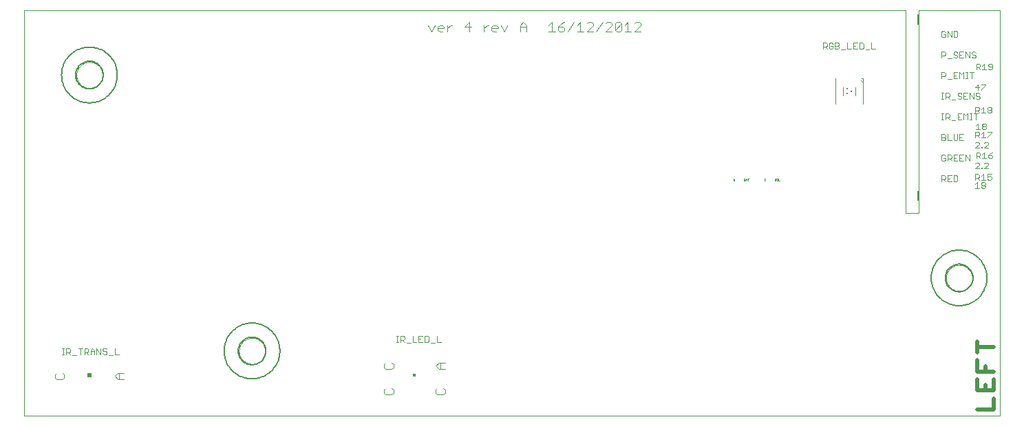
<source format=gto>
G75*
G70*
%OFA0B0*%
%FSLAX24Y24*%
%IPPOS*%
%LPD*%
%AMOC8*
5,1,8,0,0,1.08239X$1,22.5*
%
%ADD10C,0.0000*%
%ADD11C,0.0040*%
%ADD12C,0.0080*%
%ADD13C,0.0030*%
%ADD14C,0.0200*%
%ADD15R,0.0157X0.0157*%
%ADD16R,0.0098X0.0098*%
%ADD17C,0.0010*%
%ADD18C,0.0060*%
%ADD19R,0.0197X0.0197*%
D10*
X000180Y000218D02*
X000180Y019903D01*
X042857Y019903D01*
X042857Y010060D01*
X043487Y010060D01*
X043487Y019903D01*
X047424Y019903D01*
X047424Y000218D01*
X000180Y000218D01*
X010574Y003367D02*
X010576Y003417D01*
X010582Y003467D01*
X010592Y003516D01*
X010606Y003564D01*
X010623Y003611D01*
X010644Y003656D01*
X010669Y003700D01*
X010697Y003741D01*
X010729Y003780D01*
X010763Y003817D01*
X010800Y003851D01*
X010840Y003881D01*
X010882Y003908D01*
X010926Y003932D01*
X010972Y003953D01*
X011019Y003969D01*
X011067Y003982D01*
X011117Y003991D01*
X011166Y003996D01*
X011217Y003997D01*
X011267Y003994D01*
X011316Y003987D01*
X011365Y003976D01*
X011413Y003961D01*
X011459Y003943D01*
X011504Y003921D01*
X011547Y003895D01*
X011588Y003866D01*
X011627Y003834D01*
X011663Y003799D01*
X011695Y003761D01*
X011725Y003721D01*
X011752Y003678D01*
X011775Y003634D01*
X011794Y003588D01*
X011810Y003540D01*
X011822Y003491D01*
X011830Y003442D01*
X011834Y003392D01*
X011834Y003342D01*
X011830Y003292D01*
X011822Y003243D01*
X011810Y003194D01*
X011794Y003146D01*
X011775Y003100D01*
X011752Y003056D01*
X011725Y003013D01*
X011695Y002973D01*
X011663Y002935D01*
X011627Y002900D01*
X011588Y002868D01*
X011547Y002839D01*
X011504Y002813D01*
X011459Y002791D01*
X011413Y002773D01*
X011365Y002758D01*
X011316Y002747D01*
X011267Y002740D01*
X011217Y002737D01*
X011166Y002738D01*
X011117Y002743D01*
X011067Y002752D01*
X011019Y002765D01*
X010972Y002781D01*
X010926Y002802D01*
X010882Y002826D01*
X010840Y002853D01*
X010800Y002883D01*
X010763Y002917D01*
X010729Y002954D01*
X010697Y002993D01*
X010669Y003034D01*
X010644Y003078D01*
X010623Y003123D01*
X010606Y003170D01*
X010592Y003218D01*
X010582Y003267D01*
X010576Y003317D01*
X010574Y003367D01*
X002700Y016753D02*
X002702Y016803D01*
X002708Y016853D01*
X002718Y016902D01*
X002732Y016950D01*
X002749Y016997D01*
X002770Y017042D01*
X002795Y017086D01*
X002823Y017127D01*
X002855Y017166D01*
X002889Y017203D01*
X002926Y017237D01*
X002966Y017267D01*
X003008Y017294D01*
X003052Y017318D01*
X003098Y017339D01*
X003145Y017355D01*
X003193Y017368D01*
X003243Y017377D01*
X003292Y017382D01*
X003343Y017383D01*
X003393Y017380D01*
X003442Y017373D01*
X003491Y017362D01*
X003539Y017347D01*
X003585Y017329D01*
X003630Y017307D01*
X003673Y017281D01*
X003714Y017252D01*
X003753Y017220D01*
X003789Y017185D01*
X003821Y017147D01*
X003851Y017107D01*
X003878Y017064D01*
X003901Y017020D01*
X003920Y016974D01*
X003936Y016926D01*
X003948Y016877D01*
X003956Y016828D01*
X003960Y016778D01*
X003960Y016728D01*
X003956Y016678D01*
X003948Y016629D01*
X003936Y016580D01*
X003920Y016532D01*
X003901Y016486D01*
X003878Y016442D01*
X003851Y016399D01*
X003821Y016359D01*
X003789Y016321D01*
X003753Y016286D01*
X003714Y016254D01*
X003673Y016225D01*
X003630Y016199D01*
X003585Y016177D01*
X003539Y016159D01*
X003491Y016144D01*
X003442Y016133D01*
X003393Y016126D01*
X003343Y016123D01*
X003292Y016124D01*
X003243Y016129D01*
X003193Y016138D01*
X003145Y016151D01*
X003098Y016167D01*
X003052Y016188D01*
X003008Y016212D01*
X002966Y016239D01*
X002926Y016269D01*
X002889Y016303D01*
X002855Y016340D01*
X002823Y016379D01*
X002795Y016420D01*
X002770Y016464D01*
X002749Y016509D01*
X002732Y016556D01*
X002718Y016604D01*
X002708Y016653D01*
X002702Y016703D01*
X002700Y016753D01*
X044826Y006910D02*
X044828Y006960D01*
X044834Y007010D01*
X044844Y007059D01*
X044858Y007107D01*
X044875Y007154D01*
X044896Y007199D01*
X044921Y007243D01*
X044949Y007284D01*
X044981Y007323D01*
X045015Y007360D01*
X045052Y007394D01*
X045092Y007424D01*
X045134Y007451D01*
X045178Y007475D01*
X045224Y007496D01*
X045271Y007512D01*
X045319Y007525D01*
X045369Y007534D01*
X045418Y007539D01*
X045469Y007540D01*
X045519Y007537D01*
X045568Y007530D01*
X045617Y007519D01*
X045665Y007504D01*
X045711Y007486D01*
X045756Y007464D01*
X045799Y007438D01*
X045840Y007409D01*
X045879Y007377D01*
X045915Y007342D01*
X045947Y007304D01*
X045977Y007264D01*
X046004Y007221D01*
X046027Y007177D01*
X046046Y007131D01*
X046062Y007083D01*
X046074Y007034D01*
X046082Y006985D01*
X046086Y006935D01*
X046086Y006885D01*
X046082Y006835D01*
X046074Y006786D01*
X046062Y006737D01*
X046046Y006689D01*
X046027Y006643D01*
X046004Y006599D01*
X045977Y006556D01*
X045947Y006516D01*
X045915Y006478D01*
X045879Y006443D01*
X045840Y006411D01*
X045799Y006382D01*
X045756Y006356D01*
X045711Y006334D01*
X045665Y006316D01*
X045617Y006301D01*
X045568Y006290D01*
X045519Y006283D01*
X045469Y006280D01*
X045418Y006281D01*
X045369Y006286D01*
X045319Y006295D01*
X045271Y006308D01*
X045224Y006324D01*
X045178Y006345D01*
X045134Y006369D01*
X045092Y006396D01*
X045052Y006426D01*
X045015Y006460D01*
X044981Y006497D01*
X044949Y006536D01*
X044921Y006577D01*
X044896Y006621D01*
X044875Y006666D01*
X044858Y006713D01*
X044844Y006761D01*
X044834Y006810D01*
X044828Y006860D01*
X044826Y006910D01*
D11*
X040810Y015355D02*
X040810Y016399D01*
X040711Y016497D01*
X040721Y016576D02*
X040810Y016576D01*
X040810Y016399D01*
X040446Y016172D02*
X040446Y015759D01*
X039836Y015759D02*
X039836Y016172D01*
X039471Y016576D02*
X039471Y015355D01*
X030027Y018859D02*
X029720Y018859D01*
X030027Y019166D01*
X030027Y019243D01*
X029950Y019319D01*
X029796Y019319D01*
X029720Y019243D01*
X029413Y019319D02*
X029413Y018859D01*
X029566Y018859D02*
X029259Y018859D01*
X029106Y018936D02*
X029029Y018859D01*
X028876Y018859D01*
X028799Y018936D01*
X029106Y019243D01*
X029106Y018936D01*
X029259Y019166D02*
X029413Y019319D01*
X029106Y019243D02*
X029029Y019319D01*
X028876Y019319D01*
X028799Y019243D01*
X028799Y018936D01*
X028645Y018859D02*
X028339Y018859D01*
X028645Y019166D01*
X028645Y019243D01*
X028569Y019319D01*
X028415Y019319D01*
X028339Y019243D01*
X028185Y019319D02*
X027878Y018859D01*
X027725Y018859D02*
X027418Y018859D01*
X027725Y019166D01*
X027725Y019243D01*
X027648Y019319D01*
X027495Y019319D01*
X027418Y019243D01*
X027111Y019319D02*
X027111Y018859D01*
X027264Y018859D02*
X026957Y018859D01*
X026497Y018859D02*
X026804Y019319D01*
X026957Y019166D02*
X027111Y019319D01*
X026344Y019319D02*
X026190Y019243D01*
X026037Y019089D01*
X026267Y019089D01*
X026344Y019012D01*
X026344Y018936D01*
X026267Y018859D01*
X026113Y018859D01*
X026037Y018936D01*
X026037Y019089D01*
X025730Y019319D02*
X025730Y018859D01*
X025883Y018859D02*
X025576Y018859D01*
X025576Y019166D02*
X025730Y019319D01*
X024502Y019166D02*
X024502Y018859D01*
X024195Y018859D02*
X024195Y019166D01*
X024348Y019319D01*
X024502Y019166D01*
X024502Y019089D02*
X024195Y019089D01*
X023581Y019166D02*
X023428Y018859D01*
X023274Y019166D01*
X023121Y019089D02*
X023121Y019012D01*
X022814Y019012D01*
X022814Y018936D02*
X022814Y019089D01*
X022891Y019166D01*
X023044Y019166D01*
X023121Y019089D01*
X022891Y018859D02*
X022814Y018936D01*
X022891Y018859D02*
X023044Y018859D01*
X022584Y019166D02*
X022430Y019012D01*
X022430Y018859D02*
X022430Y019166D01*
X022584Y019166D02*
X022660Y019166D01*
X021816Y019089D02*
X021509Y019089D01*
X021740Y019319D01*
X021740Y018859D01*
X020896Y019166D02*
X020819Y019166D01*
X020665Y019012D01*
X020665Y018859D02*
X020665Y019166D01*
X020512Y019089D02*
X020512Y019012D01*
X020205Y019012D01*
X020205Y018936D02*
X020205Y019089D01*
X020282Y019166D01*
X020435Y019166D01*
X020512Y019089D01*
X020282Y018859D02*
X020205Y018936D01*
X020282Y018859D02*
X020435Y018859D01*
X020051Y019166D02*
X019898Y018859D01*
X019745Y019166D01*
X020251Y002803D02*
X020558Y002803D01*
X020327Y002803D02*
X020327Y002496D01*
X020251Y002496D02*
X020097Y002649D01*
X020251Y002803D01*
X020251Y002496D02*
X020558Y002496D01*
X020481Y001553D02*
X020558Y001476D01*
X020558Y001322D01*
X020481Y001246D01*
X020174Y001246D01*
X020097Y001322D01*
X020097Y001476D01*
X020174Y001553D01*
X018058Y001476D02*
X018058Y001322D01*
X017981Y001246D01*
X017674Y001246D01*
X017597Y001322D01*
X017597Y001476D01*
X017674Y001553D01*
X017981Y001553D02*
X018058Y001476D01*
X017981Y002496D02*
X018058Y002572D01*
X018058Y002726D01*
X017981Y002803D01*
X017674Y002803D02*
X017597Y002726D01*
X017597Y002572D01*
X017674Y002496D01*
X017981Y002496D01*
X005010Y002303D02*
X004703Y002303D01*
X004549Y002149D01*
X004703Y001996D01*
X005010Y001996D01*
X004779Y001996D02*
X004779Y002303D01*
X002110Y002226D02*
X002110Y002072D01*
X002033Y001996D01*
X001726Y001996D01*
X001649Y002072D01*
X001649Y002226D01*
X001726Y002303D01*
X002033Y002303D02*
X002110Y002226D01*
D12*
X010535Y003367D02*
X010537Y003418D01*
X010543Y003469D01*
X010553Y003519D01*
X010566Y003569D01*
X010584Y003617D01*
X010604Y003664D01*
X010629Y003709D01*
X010657Y003752D01*
X010688Y003793D01*
X010722Y003831D01*
X010759Y003866D01*
X010798Y003899D01*
X010840Y003929D01*
X010884Y003955D01*
X010930Y003977D01*
X010978Y003997D01*
X011027Y004012D01*
X011077Y004024D01*
X011127Y004032D01*
X011178Y004036D01*
X011230Y004036D01*
X011281Y004032D01*
X011331Y004024D01*
X011381Y004012D01*
X011430Y003997D01*
X011478Y003977D01*
X011524Y003955D01*
X011568Y003929D01*
X011610Y003899D01*
X011649Y003866D01*
X011686Y003831D01*
X011720Y003793D01*
X011751Y003752D01*
X011779Y003709D01*
X011804Y003664D01*
X011824Y003617D01*
X011842Y003569D01*
X011855Y003519D01*
X011865Y003469D01*
X011871Y003418D01*
X011873Y003367D01*
X011871Y003316D01*
X011865Y003265D01*
X011855Y003215D01*
X011842Y003165D01*
X011824Y003117D01*
X011804Y003070D01*
X011779Y003025D01*
X011751Y002982D01*
X011720Y002941D01*
X011686Y002903D01*
X011649Y002868D01*
X011610Y002835D01*
X011568Y002805D01*
X011524Y002779D01*
X011478Y002757D01*
X011430Y002737D01*
X011381Y002722D01*
X011331Y002710D01*
X011281Y002702D01*
X011230Y002698D01*
X011178Y002698D01*
X011127Y002702D01*
X011077Y002710D01*
X011027Y002722D01*
X010978Y002737D01*
X010930Y002757D01*
X010884Y002779D01*
X010840Y002805D01*
X010798Y002835D01*
X010759Y002868D01*
X010722Y002903D01*
X010688Y002941D01*
X010657Y002982D01*
X010629Y003025D01*
X010604Y003070D01*
X010584Y003117D01*
X010566Y003165D01*
X010553Y003215D01*
X010543Y003265D01*
X010537Y003316D01*
X010535Y003367D01*
X002661Y016753D02*
X002663Y016804D01*
X002669Y016855D01*
X002679Y016905D01*
X002692Y016955D01*
X002710Y017003D01*
X002730Y017050D01*
X002755Y017095D01*
X002783Y017138D01*
X002814Y017179D01*
X002848Y017217D01*
X002885Y017252D01*
X002924Y017285D01*
X002966Y017315D01*
X003010Y017341D01*
X003056Y017363D01*
X003104Y017383D01*
X003153Y017398D01*
X003203Y017410D01*
X003253Y017418D01*
X003304Y017422D01*
X003356Y017422D01*
X003407Y017418D01*
X003457Y017410D01*
X003507Y017398D01*
X003556Y017383D01*
X003604Y017363D01*
X003650Y017341D01*
X003694Y017315D01*
X003736Y017285D01*
X003775Y017252D01*
X003812Y017217D01*
X003846Y017179D01*
X003877Y017138D01*
X003905Y017095D01*
X003930Y017050D01*
X003950Y017003D01*
X003968Y016955D01*
X003981Y016905D01*
X003991Y016855D01*
X003997Y016804D01*
X003999Y016753D01*
X003997Y016702D01*
X003991Y016651D01*
X003981Y016601D01*
X003968Y016551D01*
X003950Y016503D01*
X003930Y016456D01*
X003905Y016411D01*
X003877Y016368D01*
X003846Y016327D01*
X003812Y016289D01*
X003775Y016254D01*
X003736Y016221D01*
X003694Y016191D01*
X003650Y016165D01*
X003604Y016143D01*
X003556Y016123D01*
X003507Y016108D01*
X003457Y016096D01*
X003407Y016088D01*
X003356Y016084D01*
X003304Y016084D01*
X003253Y016088D01*
X003203Y016096D01*
X003153Y016108D01*
X003104Y016123D01*
X003056Y016143D01*
X003010Y016165D01*
X002966Y016191D01*
X002924Y016221D01*
X002885Y016254D01*
X002848Y016289D01*
X002814Y016327D01*
X002783Y016368D01*
X002755Y016411D01*
X002730Y016456D01*
X002710Y016503D01*
X002692Y016551D01*
X002679Y016601D01*
X002669Y016651D01*
X002663Y016702D01*
X002661Y016753D01*
X043481Y019218D02*
X043481Y019678D01*
X043481Y011138D02*
X043481Y010678D01*
X044787Y006910D02*
X044789Y006961D01*
X044795Y007012D01*
X044805Y007062D01*
X044818Y007112D01*
X044836Y007160D01*
X044856Y007207D01*
X044881Y007252D01*
X044909Y007295D01*
X044940Y007336D01*
X044974Y007374D01*
X045011Y007409D01*
X045050Y007442D01*
X045092Y007472D01*
X045136Y007498D01*
X045182Y007520D01*
X045230Y007540D01*
X045279Y007555D01*
X045329Y007567D01*
X045379Y007575D01*
X045430Y007579D01*
X045482Y007579D01*
X045533Y007575D01*
X045583Y007567D01*
X045633Y007555D01*
X045682Y007540D01*
X045730Y007520D01*
X045776Y007498D01*
X045820Y007472D01*
X045862Y007442D01*
X045901Y007409D01*
X045938Y007374D01*
X045972Y007336D01*
X046003Y007295D01*
X046031Y007252D01*
X046056Y007207D01*
X046076Y007160D01*
X046094Y007112D01*
X046107Y007062D01*
X046117Y007012D01*
X046123Y006961D01*
X046125Y006910D01*
X046123Y006859D01*
X046117Y006808D01*
X046107Y006758D01*
X046094Y006708D01*
X046076Y006660D01*
X046056Y006613D01*
X046031Y006568D01*
X046003Y006525D01*
X045972Y006484D01*
X045938Y006446D01*
X045901Y006411D01*
X045862Y006378D01*
X045820Y006348D01*
X045776Y006322D01*
X045730Y006300D01*
X045682Y006280D01*
X045633Y006265D01*
X045583Y006253D01*
X045533Y006245D01*
X045482Y006241D01*
X045430Y006241D01*
X045379Y006245D01*
X045329Y006253D01*
X045279Y006265D01*
X045230Y006280D01*
X045182Y006300D01*
X045136Y006322D01*
X045092Y006348D01*
X045050Y006378D01*
X045011Y006411D01*
X044974Y006446D01*
X044940Y006484D01*
X044909Y006525D01*
X044881Y006568D01*
X044856Y006613D01*
X044836Y006660D01*
X044818Y006708D01*
X044805Y006758D01*
X044795Y006808D01*
X044789Y006859D01*
X044787Y006910D01*
D13*
X046230Y011263D02*
X046423Y011263D01*
X046326Y011263D02*
X046326Y011553D01*
X046230Y011456D01*
X046235Y011663D02*
X046235Y011953D01*
X046380Y011953D01*
X046429Y011904D01*
X046429Y011808D01*
X046380Y011759D01*
X046235Y011759D01*
X046332Y011759D02*
X046429Y011663D01*
X046530Y011663D02*
X046723Y011663D01*
X046626Y011663D02*
X046626Y011953D01*
X046530Y011856D01*
X046824Y011808D02*
X046921Y011856D01*
X046969Y011856D01*
X047018Y011808D01*
X047018Y011711D01*
X046969Y011663D01*
X046873Y011663D01*
X046824Y011711D01*
X046824Y011808D02*
X046824Y011953D01*
X047018Y011953D01*
X046868Y012213D02*
X046674Y012213D01*
X046868Y012406D01*
X046868Y012454D01*
X046819Y012503D01*
X046723Y012503D01*
X046674Y012454D01*
X046575Y012261D02*
X046575Y012213D01*
X046527Y012213D01*
X046527Y012261D01*
X046575Y012261D01*
X046426Y012213D02*
X046232Y012213D01*
X046426Y012406D01*
X046426Y012454D01*
X046378Y012503D01*
X046281Y012503D01*
X046232Y012454D01*
X046285Y012713D02*
X046285Y013003D01*
X046430Y013003D01*
X046479Y012954D01*
X046479Y012858D01*
X046430Y012809D01*
X046285Y012809D01*
X046382Y012809D02*
X046479Y012713D01*
X046580Y012713D02*
X046773Y012713D01*
X046676Y012713D02*
X046676Y013003D01*
X046580Y012906D01*
X046874Y012858D02*
X046874Y012761D01*
X046923Y012713D01*
X047019Y012713D01*
X047068Y012761D01*
X047068Y012809D01*
X047019Y012858D01*
X046874Y012858D01*
X046971Y012954D01*
X047068Y013003D01*
X046868Y013213D02*
X046674Y013213D01*
X046868Y013406D01*
X046868Y013454D01*
X046819Y013503D01*
X046723Y013503D01*
X046674Y013454D01*
X046575Y013261D02*
X046575Y013213D01*
X046527Y013213D01*
X046527Y013261D01*
X046575Y013261D01*
X046426Y013213D02*
X046232Y013213D01*
X046426Y013406D01*
X046426Y013454D01*
X046378Y013503D01*
X046281Y013503D01*
X046232Y013454D01*
X046235Y013713D02*
X046235Y014003D01*
X046380Y014003D01*
X046429Y013954D01*
X046429Y013858D01*
X046380Y013809D01*
X046235Y013809D01*
X046332Y013809D02*
X046429Y013713D01*
X046530Y013713D02*
X046723Y013713D01*
X046626Y013713D02*
X046626Y014003D01*
X046530Y013906D01*
X046473Y014113D02*
X046280Y014113D01*
X046376Y014113D02*
X046376Y014403D01*
X046280Y014306D01*
X046264Y014593D02*
X046264Y014883D01*
X046235Y014913D02*
X046235Y015203D01*
X046380Y015203D01*
X046429Y015154D01*
X046429Y015058D01*
X046380Y015009D01*
X046235Y015009D01*
X046332Y015009D02*
X046429Y014913D01*
X046361Y014883D02*
X046167Y014883D01*
X046068Y014883D02*
X045971Y014883D01*
X046019Y014883D02*
X046019Y014593D01*
X045971Y014593D02*
X046068Y014593D01*
X045870Y014593D02*
X045870Y014883D01*
X045773Y014787D01*
X045676Y014883D01*
X045676Y014593D01*
X045575Y014593D02*
X045382Y014593D01*
X045382Y014883D01*
X045575Y014883D01*
X045478Y014738D02*
X045382Y014738D01*
X045280Y014545D02*
X045087Y014545D01*
X044986Y014593D02*
X044889Y014690D01*
X044937Y014690D02*
X044792Y014690D01*
X044792Y014593D02*
X044792Y014883D01*
X044937Y014883D01*
X044986Y014835D01*
X044986Y014738D01*
X044937Y014690D01*
X044693Y014593D02*
X044596Y014593D01*
X044644Y014593D02*
X044644Y014883D01*
X044596Y014883D02*
X044693Y014883D01*
X044693Y015593D02*
X044596Y015593D01*
X044644Y015593D02*
X044644Y015883D01*
X044596Y015883D02*
X044693Y015883D01*
X044792Y015883D02*
X044937Y015883D01*
X044986Y015835D01*
X044986Y015738D01*
X044937Y015690D01*
X044792Y015690D01*
X044792Y015593D02*
X044792Y015883D01*
X044889Y015690D02*
X044986Y015593D01*
X045087Y015545D02*
X045280Y015545D01*
X045382Y015642D02*
X045430Y015593D01*
X045527Y015593D01*
X045575Y015642D01*
X045575Y015690D01*
X045527Y015738D01*
X045430Y015738D01*
X045382Y015787D01*
X045382Y015835D01*
X045430Y015883D01*
X045527Y015883D01*
X045575Y015835D01*
X045676Y015883D02*
X045676Y015593D01*
X045870Y015593D01*
X045971Y015593D02*
X045971Y015883D01*
X046164Y015593D01*
X046164Y015883D01*
X046265Y015835D02*
X046265Y015787D01*
X046314Y015738D01*
X046411Y015738D01*
X046459Y015690D01*
X046459Y015642D01*
X046411Y015593D01*
X046314Y015593D01*
X046265Y015642D01*
X046265Y015835D02*
X046314Y015883D01*
X046411Y015883D01*
X046459Y015835D01*
X046524Y016013D02*
X046524Y016061D01*
X046718Y016254D01*
X046718Y016303D01*
X046524Y016303D01*
X046375Y016303D02*
X046230Y016158D01*
X046423Y016158D01*
X046375Y016013D02*
X046375Y016303D01*
X046068Y016593D02*
X046068Y016883D01*
X046164Y016883D02*
X045971Y016883D01*
X045871Y016883D02*
X045774Y016883D01*
X045823Y016883D02*
X045823Y016593D01*
X045871Y016593D02*
X045774Y016593D01*
X045673Y016593D02*
X045673Y016883D01*
X045576Y016787D01*
X045480Y016883D01*
X045480Y016593D01*
X045379Y016593D02*
X045185Y016593D01*
X045185Y016883D01*
X045379Y016883D01*
X045282Y016738D02*
X045185Y016738D01*
X045084Y016545D02*
X044890Y016545D01*
X044741Y016690D02*
X044596Y016690D01*
X044596Y016593D02*
X044596Y016883D01*
X044741Y016883D01*
X044789Y016835D01*
X044789Y016738D01*
X044741Y016690D01*
X044890Y017545D02*
X045084Y017545D01*
X045185Y017642D02*
X045233Y017593D01*
X045330Y017593D01*
X045379Y017642D01*
X045379Y017690D01*
X045330Y017738D01*
X045233Y017738D01*
X045185Y017787D01*
X045185Y017835D01*
X045233Y017883D01*
X045330Y017883D01*
X045379Y017835D01*
X045480Y017883D02*
X045480Y017593D01*
X045673Y017593D01*
X045774Y017593D02*
X045774Y017883D01*
X045968Y017593D01*
X045968Y017883D01*
X046069Y017835D02*
X046117Y017883D01*
X046214Y017883D01*
X046263Y017835D01*
X046214Y017738D02*
X046263Y017690D01*
X046263Y017642D01*
X046214Y017593D01*
X046117Y017593D01*
X046069Y017642D01*
X046117Y017738D02*
X046214Y017738D01*
X046117Y017738D02*
X046069Y017787D01*
X046069Y017835D01*
X045673Y017883D02*
X045480Y017883D01*
X045480Y017738D02*
X045576Y017738D01*
X044789Y017738D02*
X044741Y017690D01*
X044596Y017690D01*
X044596Y017593D02*
X044596Y017883D01*
X044741Y017883D01*
X044789Y017835D01*
X044789Y017738D01*
X044741Y018593D02*
X044789Y018642D01*
X044789Y018738D01*
X044693Y018738D01*
X044789Y018835D02*
X044741Y018883D01*
X044644Y018883D01*
X044596Y018835D01*
X044596Y018642D01*
X044644Y018593D01*
X044741Y018593D01*
X044890Y018593D02*
X044890Y018883D01*
X045084Y018593D01*
X045084Y018883D01*
X045185Y018883D02*
X045330Y018883D01*
X045379Y018835D01*
X045379Y018642D01*
X045330Y018593D01*
X045185Y018593D01*
X045185Y018883D01*
X046285Y017303D02*
X046430Y017303D01*
X046479Y017254D01*
X046479Y017158D01*
X046430Y017109D01*
X046285Y017109D01*
X046285Y017013D02*
X046285Y017303D01*
X046382Y017109D02*
X046479Y017013D01*
X046580Y017013D02*
X046773Y017013D01*
X046676Y017013D02*
X046676Y017303D01*
X046580Y017206D01*
X046874Y017206D02*
X046923Y017158D01*
X047068Y017158D01*
X047068Y017254D02*
X047019Y017303D01*
X046923Y017303D01*
X046874Y017254D01*
X046874Y017206D01*
X046874Y017061D02*
X046923Y017013D01*
X047019Y017013D01*
X047068Y017061D01*
X047068Y017254D01*
X045870Y015883D02*
X045676Y015883D01*
X045676Y015738D02*
X045773Y015738D01*
X046530Y015106D02*
X046626Y015203D01*
X046626Y014913D01*
X046530Y014913D02*
X046723Y014913D01*
X046824Y014961D02*
X046824Y015009D01*
X046873Y015058D01*
X046969Y015058D01*
X047018Y015009D01*
X047018Y014961D01*
X046969Y014913D01*
X046873Y014913D01*
X046824Y014961D01*
X046873Y015058D02*
X046824Y015106D01*
X046824Y015154D01*
X046873Y015203D01*
X046969Y015203D01*
X047018Y015154D01*
X047018Y015106D01*
X046969Y015058D01*
X046719Y014403D02*
X046623Y014403D01*
X046574Y014354D01*
X046574Y014306D01*
X046623Y014258D01*
X046719Y014258D01*
X046768Y014209D01*
X046768Y014161D01*
X046719Y014113D01*
X046623Y014113D01*
X046574Y014161D01*
X046574Y014209D01*
X046623Y014258D01*
X046719Y014258D02*
X046768Y014306D01*
X046768Y014354D01*
X046719Y014403D01*
X046824Y014003D02*
X047018Y014003D01*
X047018Y013954D01*
X046824Y013761D01*
X046824Y013713D01*
X045673Y013593D02*
X045480Y013593D01*
X045480Y013883D01*
X045673Y013883D01*
X045576Y013738D02*
X045480Y013738D01*
X045379Y013642D02*
X045379Y013883D01*
X045185Y013883D02*
X045185Y013642D01*
X045233Y013593D01*
X045330Y013593D01*
X045379Y013642D01*
X045084Y013593D02*
X044890Y013593D01*
X044890Y013883D01*
X044789Y013835D02*
X044789Y013787D01*
X044741Y013738D01*
X044596Y013738D01*
X044596Y013593D02*
X044741Y013593D01*
X044789Y013642D01*
X044789Y013690D01*
X044741Y013738D01*
X044789Y013835D02*
X044741Y013883D01*
X044596Y013883D01*
X044596Y013593D01*
X044644Y012883D02*
X044596Y012835D01*
X044596Y012642D01*
X044644Y012593D01*
X044741Y012593D01*
X044789Y012642D01*
X044789Y012738D01*
X044693Y012738D01*
X044789Y012835D02*
X044741Y012883D01*
X044644Y012883D01*
X044890Y012883D02*
X045036Y012883D01*
X045084Y012835D01*
X045084Y012738D01*
X045036Y012690D01*
X044890Y012690D01*
X044890Y012593D02*
X044890Y012883D01*
X044987Y012690D02*
X045084Y012593D01*
X045185Y012593D02*
X045379Y012593D01*
X045480Y012593D02*
X045673Y012593D01*
X045774Y012593D02*
X045774Y012883D01*
X045968Y012593D01*
X045968Y012883D01*
X045673Y012883D02*
X045480Y012883D01*
X045480Y012593D01*
X045480Y012738D02*
X045576Y012738D01*
X045379Y012883D02*
X045185Y012883D01*
X045185Y012593D01*
X045185Y012738D02*
X045282Y012738D01*
X045330Y011883D02*
X045185Y011883D01*
X045185Y011593D01*
X045330Y011593D01*
X045379Y011642D01*
X045379Y011835D01*
X045330Y011883D01*
X045084Y011883D02*
X044890Y011883D01*
X044890Y011593D01*
X045084Y011593D01*
X044987Y011738D02*
X044890Y011738D01*
X044789Y011738D02*
X044741Y011690D01*
X044596Y011690D01*
X044693Y011690D02*
X044789Y011593D01*
X044789Y011738D02*
X044789Y011835D01*
X044741Y011883D01*
X044596Y011883D01*
X044596Y011593D01*
X046524Y011504D02*
X046524Y011456D01*
X046573Y011408D01*
X046669Y011408D01*
X046718Y011359D01*
X046718Y011311D01*
X046669Y011263D01*
X046573Y011263D01*
X046524Y011311D01*
X046524Y011359D01*
X046573Y011408D01*
X046669Y011408D02*
X046718Y011456D01*
X046718Y011504D01*
X046669Y011553D01*
X046573Y011553D01*
X046524Y011504D01*
X041406Y018025D02*
X041213Y018025D01*
X041213Y018315D01*
X040817Y018266D02*
X040769Y018315D01*
X040623Y018315D01*
X040623Y018025D01*
X040769Y018025D01*
X040817Y018073D01*
X040817Y018266D01*
X040522Y018315D02*
X040329Y018315D01*
X040329Y018025D01*
X040522Y018025D01*
X040426Y018170D02*
X040329Y018170D01*
X040228Y018025D02*
X040034Y018025D01*
X040034Y018315D01*
X039638Y018266D02*
X039638Y018218D01*
X039590Y018170D01*
X039445Y018170D01*
X039344Y018170D02*
X039247Y018170D01*
X039344Y018170D02*
X039344Y018073D01*
X039295Y018025D01*
X039199Y018025D01*
X039150Y018073D01*
X039150Y018266D01*
X039199Y018315D01*
X039295Y018315D01*
X039344Y018266D01*
X039445Y018315D02*
X039445Y018025D01*
X039590Y018025D01*
X039638Y018073D01*
X039638Y018121D01*
X039590Y018170D01*
X039638Y018266D02*
X039590Y018315D01*
X039445Y018315D01*
X039049Y018266D02*
X039049Y018170D01*
X039001Y018121D01*
X038855Y018121D01*
X038855Y018025D02*
X038855Y018315D01*
X039001Y018315D01*
X039049Y018266D01*
X038952Y018121D02*
X039049Y018025D01*
X039739Y017976D02*
X039933Y017976D01*
X040918Y017976D02*
X041112Y017976D01*
X020163Y004091D02*
X020163Y003801D01*
X020357Y003801D01*
X020062Y003753D02*
X019869Y003753D01*
X019767Y003849D02*
X019719Y003801D01*
X019574Y003801D01*
X019574Y004091D01*
X019719Y004091D01*
X019767Y004043D01*
X019767Y003849D01*
X019473Y003801D02*
X019279Y003801D01*
X019279Y004091D01*
X019473Y004091D01*
X019376Y003946D02*
X019279Y003946D01*
X019178Y003801D02*
X018985Y003801D01*
X018985Y004091D01*
X018589Y004043D02*
X018589Y003946D01*
X018540Y003898D01*
X018395Y003898D01*
X018395Y003801D02*
X018395Y004091D01*
X018540Y004091D01*
X018589Y004043D01*
X018492Y003898D02*
X018589Y003801D01*
X018690Y003753D02*
X018884Y003753D01*
X018296Y003801D02*
X018199Y003801D01*
X018247Y003801D02*
X018247Y004091D01*
X018199Y004091D02*
X018296Y004091D01*
X004754Y003201D02*
X004561Y003201D01*
X004561Y003491D01*
X004165Y003443D02*
X004117Y003491D01*
X004020Y003491D01*
X003972Y003443D01*
X003972Y003395D01*
X004020Y003346D01*
X004117Y003346D01*
X004165Y003298D01*
X004165Y003249D01*
X004117Y003201D01*
X004020Y003201D01*
X003972Y003249D01*
X003870Y003201D02*
X003677Y003491D01*
X003677Y003201D01*
X003576Y003201D02*
X003576Y003395D01*
X003479Y003491D01*
X003382Y003395D01*
X003382Y003201D01*
X003281Y003201D02*
X003184Y003298D01*
X003233Y003298D02*
X003088Y003298D01*
X003088Y003201D02*
X003088Y003491D01*
X003233Y003491D01*
X003281Y003443D01*
X003281Y003346D01*
X003233Y003298D01*
X003382Y003346D02*
X003576Y003346D01*
X003870Y003201D02*
X003870Y003491D01*
X004266Y003153D02*
X004460Y003153D01*
X002986Y003491D02*
X002793Y003491D01*
X002890Y003491D02*
X002890Y003201D01*
X002692Y003153D02*
X002498Y003153D01*
X002397Y003201D02*
X002300Y003298D01*
X002349Y003298D02*
X002204Y003298D01*
X002204Y003201D02*
X002204Y003491D01*
X002349Y003491D01*
X002397Y003443D01*
X002397Y003346D01*
X002349Y003298D01*
X002104Y003201D02*
X002007Y003201D01*
X002056Y003201D02*
X002056Y003491D01*
X002104Y003491D02*
X002007Y003491D01*
D14*
X046318Y003563D02*
X047118Y003563D01*
X046318Y003296D02*
X046318Y003829D01*
X046318Y002909D02*
X046318Y002375D01*
X047118Y002375D01*
X046718Y002375D02*
X046718Y002642D01*
X047118Y001988D02*
X047118Y001454D01*
X046318Y001454D01*
X046318Y001988D01*
X046718Y001721D02*
X046718Y001454D01*
X047118Y001067D02*
X047118Y000533D01*
X046318Y000533D01*
D15*
X019078Y002186D03*
D16*
X040042Y015848D03*
X040239Y015966D03*
X040042Y016084D03*
D17*
X036702Y011724D02*
X036702Y011634D01*
X036762Y011634D01*
X036670Y011649D02*
X036670Y011709D01*
X036655Y011724D01*
X036625Y011724D01*
X036610Y011709D01*
X036610Y011649D01*
X036625Y011634D01*
X036655Y011634D01*
X036670Y011649D01*
X036578Y011649D02*
X036563Y011634D01*
X036533Y011634D01*
X036518Y011649D01*
X036518Y011709D01*
X036533Y011724D01*
X036563Y011724D01*
X036578Y011709D01*
X036078Y011724D02*
X036018Y011724D01*
X036018Y011634D01*
X036078Y011634D01*
X036048Y011679D02*
X036018Y011679D01*
X035262Y011724D02*
X035202Y011724D01*
X035232Y011724D02*
X035232Y011634D01*
X035170Y011634D02*
X035170Y011694D01*
X035140Y011724D01*
X035110Y011694D01*
X035110Y011634D01*
X035078Y011649D02*
X035063Y011634D01*
X035033Y011634D01*
X035018Y011649D01*
X035018Y011709D01*
X035033Y011724D01*
X035063Y011724D01*
X035078Y011709D01*
X035110Y011679D02*
X035170Y011679D01*
X034578Y011679D02*
X034518Y011679D01*
X034518Y011694D02*
X034548Y011724D01*
X034578Y011694D01*
X034578Y011634D01*
X034518Y011634D02*
X034518Y011694D01*
D18*
X044106Y006910D02*
X044108Y006983D01*
X044114Y007056D01*
X044124Y007128D01*
X044138Y007200D01*
X044155Y007271D01*
X044177Y007341D01*
X044202Y007410D01*
X044231Y007477D01*
X044263Y007542D01*
X044299Y007606D01*
X044339Y007668D01*
X044381Y007727D01*
X044427Y007784D01*
X044476Y007838D01*
X044528Y007890D01*
X044582Y007939D01*
X044639Y007985D01*
X044698Y008027D01*
X044760Y008067D01*
X044824Y008103D01*
X044889Y008135D01*
X044956Y008164D01*
X045025Y008189D01*
X045095Y008211D01*
X045166Y008228D01*
X045238Y008242D01*
X045310Y008252D01*
X045383Y008258D01*
X045456Y008260D01*
X045529Y008258D01*
X045602Y008252D01*
X045674Y008242D01*
X045746Y008228D01*
X045817Y008211D01*
X045887Y008189D01*
X045956Y008164D01*
X046023Y008135D01*
X046088Y008103D01*
X046152Y008067D01*
X046214Y008027D01*
X046273Y007985D01*
X046330Y007939D01*
X046384Y007890D01*
X046436Y007838D01*
X046485Y007784D01*
X046531Y007727D01*
X046573Y007668D01*
X046613Y007606D01*
X046649Y007542D01*
X046681Y007477D01*
X046710Y007410D01*
X046735Y007341D01*
X046757Y007271D01*
X046774Y007200D01*
X046788Y007128D01*
X046798Y007056D01*
X046804Y006983D01*
X046806Y006910D01*
X046804Y006837D01*
X046798Y006764D01*
X046788Y006692D01*
X046774Y006620D01*
X046757Y006549D01*
X046735Y006479D01*
X046710Y006410D01*
X046681Y006343D01*
X046649Y006278D01*
X046613Y006214D01*
X046573Y006152D01*
X046531Y006093D01*
X046485Y006036D01*
X046436Y005982D01*
X046384Y005930D01*
X046330Y005881D01*
X046273Y005835D01*
X046214Y005793D01*
X046152Y005753D01*
X046088Y005717D01*
X046023Y005685D01*
X045956Y005656D01*
X045887Y005631D01*
X045817Y005609D01*
X045746Y005592D01*
X045674Y005578D01*
X045602Y005568D01*
X045529Y005562D01*
X045456Y005560D01*
X045383Y005562D01*
X045310Y005568D01*
X045238Y005578D01*
X045166Y005592D01*
X045095Y005609D01*
X045025Y005631D01*
X044956Y005656D01*
X044889Y005685D01*
X044824Y005717D01*
X044760Y005753D01*
X044698Y005793D01*
X044639Y005835D01*
X044582Y005881D01*
X044528Y005930D01*
X044476Y005982D01*
X044427Y006036D01*
X044381Y006093D01*
X044339Y006152D01*
X044299Y006214D01*
X044263Y006278D01*
X044231Y006343D01*
X044202Y006410D01*
X044177Y006479D01*
X044155Y006549D01*
X044138Y006620D01*
X044124Y006692D01*
X044114Y006764D01*
X044108Y006837D01*
X044106Y006910D01*
X009854Y003367D02*
X009856Y003440D01*
X009862Y003513D01*
X009872Y003585D01*
X009886Y003657D01*
X009903Y003728D01*
X009925Y003798D01*
X009950Y003867D01*
X009979Y003934D01*
X010011Y003999D01*
X010047Y004063D01*
X010087Y004125D01*
X010129Y004184D01*
X010175Y004241D01*
X010224Y004295D01*
X010276Y004347D01*
X010330Y004396D01*
X010387Y004442D01*
X010446Y004484D01*
X010508Y004524D01*
X010572Y004560D01*
X010637Y004592D01*
X010704Y004621D01*
X010773Y004646D01*
X010843Y004668D01*
X010914Y004685D01*
X010986Y004699D01*
X011058Y004709D01*
X011131Y004715D01*
X011204Y004717D01*
X011277Y004715D01*
X011350Y004709D01*
X011422Y004699D01*
X011494Y004685D01*
X011565Y004668D01*
X011635Y004646D01*
X011704Y004621D01*
X011771Y004592D01*
X011836Y004560D01*
X011900Y004524D01*
X011962Y004484D01*
X012021Y004442D01*
X012078Y004396D01*
X012132Y004347D01*
X012184Y004295D01*
X012233Y004241D01*
X012279Y004184D01*
X012321Y004125D01*
X012361Y004063D01*
X012397Y003999D01*
X012429Y003934D01*
X012458Y003867D01*
X012483Y003798D01*
X012505Y003728D01*
X012522Y003657D01*
X012536Y003585D01*
X012546Y003513D01*
X012552Y003440D01*
X012554Y003367D01*
X012552Y003294D01*
X012546Y003221D01*
X012536Y003149D01*
X012522Y003077D01*
X012505Y003006D01*
X012483Y002936D01*
X012458Y002867D01*
X012429Y002800D01*
X012397Y002735D01*
X012361Y002671D01*
X012321Y002609D01*
X012279Y002550D01*
X012233Y002493D01*
X012184Y002439D01*
X012132Y002387D01*
X012078Y002338D01*
X012021Y002292D01*
X011962Y002250D01*
X011900Y002210D01*
X011836Y002174D01*
X011771Y002142D01*
X011704Y002113D01*
X011635Y002088D01*
X011565Y002066D01*
X011494Y002049D01*
X011422Y002035D01*
X011350Y002025D01*
X011277Y002019D01*
X011204Y002017D01*
X011131Y002019D01*
X011058Y002025D01*
X010986Y002035D01*
X010914Y002049D01*
X010843Y002066D01*
X010773Y002088D01*
X010704Y002113D01*
X010637Y002142D01*
X010572Y002174D01*
X010508Y002210D01*
X010446Y002250D01*
X010387Y002292D01*
X010330Y002338D01*
X010276Y002387D01*
X010224Y002439D01*
X010175Y002493D01*
X010129Y002550D01*
X010087Y002609D01*
X010047Y002671D01*
X010011Y002735D01*
X009979Y002800D01*
X009950Y002867D01*
X009925Y002936D01*
X009903Y003006D01*
X009886Y003077D01*
X009872Y003149D01*
X009862Y003221D01*
X009856Y003294D01*
X009854Y003367D01*
X001980Y016753D02*
X001982Y016826D01*
X001988Y016899D01*
X001998Y016971D01*
X002012Y017043D01*
X002029Y017114D01*
X002051Y017184D01*
X002076Y017253D01*
X002105Y017320D01*
X002137Y017385D01*
X002173Y017449D01*
X002213Y017511D01*
X002255Y017570D01*
X002301Y017627D01*
X002350Y017681D01*
X002402Y017733D01*
X002456Y017782D01*
X002513Y017828D01*
X002572Y017870D01*
X002634Y017910D01*
X002698Y017946D01*
X002763Y017978D01*
X002830Y018007D01*
X002899Y018032D01*
X002969Y018054D01*
X003040Y018071D01*
X003112Y018085D01*
X003184Y018095D01*
X003257Y018101D01*
X003330Y018103D01*
X003403Y018101D01*
X003476Y018095D01*
X003548Y018085D01*
X003620Y018071D01*
X003691Y018054D01*
X003761Y018032D01*
X003830Y018007D01*
X003897Y017978D01*
X003962Y017946D01*
X004026Y017910D01*
X004088Y017870D01*
X004147Y017828D01*
X004204Y017782D01*
X004258Y017733D01*
X004310Y017681D01*
X004359Y017627D01*
X004405Y017570D01*
X004447Y017511D01*
X004487Y017449D01*
X004523Y017385D01*
X004555Y017320D01*
X004584Y017253D01*
X004609Y017184D01*
X004631Y017114D01*
X004648Y017043D01*
X004662Y016971D01*
X004672Y016899D01*
X004678Y016826D01*
X004680Y016753D01*
X004678Y016680D01*
X004672Y016607D01*
X004662Y016535D01*
X004648Y016463D01*
X004631Y016392D01*
X004609Y016322D01*
X004584Y016253D01*
X004555Y016186D01*
X004523Y016121D01*
X004487Y016057D01*
X004447Y015995D01*
X004405Y015936D01*
X004359Y015879D01*
X004310Y015825D01*
X004258Y015773D01*
X004204Y015724D01*
X004147Y015678D01*
X004088Y015636D01*
X004026Y015596D01*
X003962Y015560D01*
X003897Y015528D01*
X003830Y015499D01*
X003761Y015474D01*
X003691Y015452D01*
X003620Y015435D01*
X003548Y015421D01*
X003476Y015411D01*
X003403Y015405D01*
X003330Y015403D01*
X003257Y015405D01*
X003184Y015411D01*
X003112Y015421D01*
X003040Y015435D01*
X002969Y015452D01*
X002899Y015474D01*
X002830Y015499D01*
X002763Y015528D01*
X002698Y015560D01*
X002634Y015596D01*
X002572Y015636D01*
X002513Y015678D01*
X002456Y015724D01*
X002402Y015773D01*
X002350Y015825D01*
X002301Y015879D01*
X002255Y015936D01*
X002213Y015995D01*
X002173Y016057D01*
X002137Y016121D01*
X002105Y016186D01*
X002076Y016253D01*
X002051Y016322D01*
X002029Y016392D01*
X002012Y016463D01*
X001998Y016535D01*
X001988Y016607D01*
X001982Y016680D01*
X001980Y016753D01*
D19*
X003330Y002186D03*
M02*

</source>
